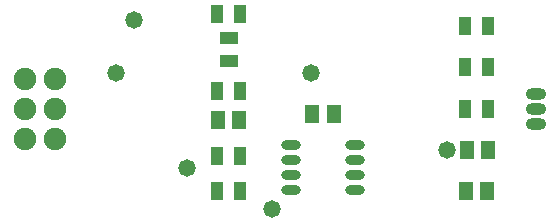
<source format=gts>
G04*
G04 #@! TF.GenerationSoftware,Altium Limited,Altium Designer,21.6.1 (37)*
G04*
G04 Layer_Color=8388736*
%FSLAX25Y25*%
%MOIN*%
G70*
G04*
G04 #@! TF.SameCoordinates,149CC93B-E584-47E2-A3B6-F303EE062418*
G04*
G04*
G04 #@! TF.FilePolarity,Negative*
G04*
G01*
G75*
%ADD23R,0.05131X0.06312*%
%ADD24O,0.06509X0.03162*%
%ADD25R,0.04343X0.06312*%
%ADD26R,0.04147X0.06115*%
%ADD27R,0.06115X0.04147*%
%ADD28C,0.07493*%
%ADD29O,0.06706X0.03950*%
%ADD30C,0.05800*%
D23*
X114567Y37402D02*
D03*
X121653D02*
D03*
X172835Y11811D02*
D03*
X165748D02*
D03*
X166142Y25591D02*
D03*
X173228D02*
D03*
X83071Y35433D02*
D03*
X90158D02*
D03*
D24*
X128839Y12185D02*
D03*
Y17185D02*
D03*
Y22185D02*
D03*
Y27185D02*
D03*
X107382Y12185D02*
D03*
Y17185D02*
D03*
Y22185D02*
D03*
Y27185D02*
D03*
D25*
X173130Y66929D02*
D03*
X165453D02*
D03*
X82776Y11811D02*
D03*
X90453D02*
D03*
D26*
X82776Y45276D02*
D03*
X90453D02*
D03*
X173130Y39370D02*
D03*
X165453D02*
D03*
X82776Y70866D02*
D03*
X90453D02*
D03*
X165453Y53150D02*
D03*
X173130D02*
D03*
X90453Y23622D02*
D03*
X82776D02*
D03*
D27*
X86614Y62894D02*
D03*
Y55216D02*
D03*
D28*
X28622Y29370D02*
D03*
Y39370D02*
D03*
Y49370D02*
D03*
X18622Y29370D02*
D03*
Y39370D02*
D03*
Y49370D02*
D03*
D29*
X188976Y44370D02*
D03*
Y39370D02*
D03*
Y34370D02*
D03*
D30*
X101181Y5906D02*
D03*
X114173Y51181D02*
D03*
X72835Y19685D02*
D03*
X159449Y25591D02*
D03*
X49213Y51181D02*
D03*
X55118Y68898D02*
D03*
M02*

</source>
